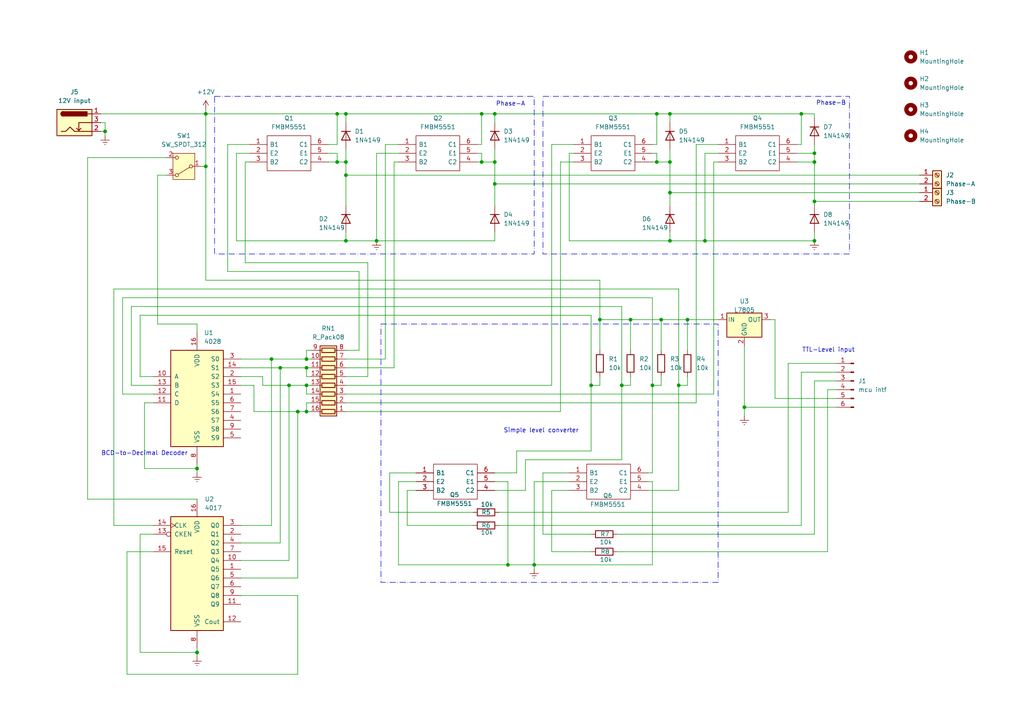
<source format=kicad_sch>
(kicad_sch (version 20231120) (generator "eeschema") (generator_version "8.0")
  (paper "A4")
  (title_block (date "2022-08-03"))
  (lib_symbols
    (symbol "4xxx:4017" (pin_names (offset 1.016))
      (property "Reference" "U" (at -7.62 16.51 0))
      (property "Value" "4017" (at -7.62 -19.05 0))
      (symbol "4017_1_0"
        (pin output line (at 12.7 0 180) (length 5.08) (name "Q5") (number "1"))
        (pin output line (at 12.7 2.54 180) (length 5.08) (name "Q4") (number "10"))
        (pin output line (at 12.7 -10.16 180) (length 5.08) (name "Q9") (number "11"))
        (pin output line (at 12.7 -15.24 180) (length 5.08) (name "Cout") (number "12"))
        (pin input inverted (at -12.7 10.16 0) (length 5.08) (name "CKEN") (number "13"))
        (pin input clock (at -12.7 12.7 0) (length 5.08) (name "CLK") (number "14"))
        (pin input line (at -12.7 5.08 0) (length 5.08) (name "Reset") (number "15"))
        (pin power_in line (at 0 20.32 270) (length 5.08) (name "VDD") (number "16"))
        (pin output line (at 12.7 10.16 180) (length 5.08) (name "Q1") (number "2"))
        (pin output line (at 12.7 12.7 180) (length 5.08) (name "Q0") (number "3"))
        (pin output line (at 12.7 7.62 180) (length 5.08) (name "Q2") (number "4"))
        (pin output line (at 12.7 -2.54 180) (length 5.08) (name "Q6") (number "5"))
        (pin output line (at 12.7 -5.08 180) (length 5.08) (name "Q7") (number "6"))
        (pin output line (at 12.7 5.08 180) (length 5.08) (name "Q3") (number "7"))
        (pin power_in line (at 0 -22.86 90) (length 5.08) (name "VSS") (number "8"))
        (pin output line (at 12.7 -7.62 180) (length 5.08) (name "Q8") (number "9"))
      )
      (symbol "4017_1_1"
        (rectangle (start -7.62 15.24) (end 7.62 -17.78) (stroke (width 0.254)) (fill (type background)))
      )
    )
    (symbol "4xxx:4028" (pin_names (offset 1.016))
      (property "Reference" "U" (at -7.62 13.97 0))
      (property "Value" "4028" (at -7.62 -16.51 0))
      (symbol "4028_1_0"
        (pin output line (at 12.7 0 180) (length 5.08) (name "S4") (number "1"))
        (pin input line (at -12.7 5.08 0) (length 5.08) (name "A") (number "10"))
        (pin input line (at -12.7 -2.54 0) (length 5.08) (name "D") (number "11"))
        (pin input line (at -12.7 0 0) (length 5.08) (name "C") (number "12"))
        (pin input line (at -12.7 2.54 0) (length 5.08) (name "B") (number "13"))
        (pin output line (at 12.7 7.62 180) (length 5.08) (name "S1") (number "14"))
        (pin output line (at 12.7 2.54 180) (length 5.08) (name "S3") (number "15"))
        (pin power_in line (at 0 17.78 270) (length 5.08) (name "VDD") (number "16"))
        (pin output line (at 12.7 5.08 180) (length 5.08) (name "S2") (number "2"))
        (pin output line (at 12.7 10.16 180) (length 5.08) (name "S0") (number "3"))
        (pin output line (at 12.7 -7.62 180) (length 5.08) (name "S7") (number "4"))
        (pin output line (at 12.7 -12.7 180) (length 5.08) (name "S9") (number "5"))
        (pin output line (at 12.7 -2.54 180) (length 5.08) (name "S5") (number "6"))
        (pin output line (at 12.7 -5.08 180) (length 5.08) (name "S6") (number "7"))
        (pin power_in line (at 0 -20.32 90) (length 5.08) (name "VSS") (number "8"))
        (pin output line (at 12.7 -10.16 180) (length 5.08) (name "S8") (number "9"))
      )
      (symbol "4028_1_1"
        (rectangle (start -7.62 12.7) (end 7.62 -15.24) (stroke (width 0.254)) (fill (type background)))
      )
    )
    (symbol "Connector:Barrel_Jack_Switch" (pin_names hide)
      (property "Reference" "J" (at 0 5.334 0))
      (property "Value" "Barrel_Jack_Switch" (at 0 -5.08 0))
      (symbol "Barrel_Jack_Switch_0_1"
        (rectangle (start -5.08 3.81) (end 5.08 -3.81) (stroke (width 0.254)) (fill (type background)))
        (arc (start -3.302 3.175) (mid -3.9343 2.54) (end -3.302 1.905) (stroke (width 0.254)))
        (arc (start -3.302 3.175) (mid -3.9343 2.54) (end -3.302 1.905) (stroke (width 0.254)) (fill (type outline)))
        (polyline (pts (xy 1.27 -2.286) (xy 1.905 -1.651)) (stroke (width 0.254)))
        (polyline (pts (xy 5.08 2.54) (xy 3.81 2.54)) (stroke (width 0.254)))
        (polyline (pts (xy 5.08 0) (xy 1.27 0) (xy 1.27 -2.286) (xy 0.635 -1.651)) (stroke (width 0.254)))
        (polyline (pts (xy -3.81 -2.54) (xy -2.54 -2.54) (xy -1.27 -1.27) (xy 0 -2.54) (xy 2.54 -2.54) (xy 5.08 -2.54)) (stroke (width 0.254)))
        (rectangle (start 3.683 3.175) (end -3.302 1.905) (stroke (width 0.254)) (fill (type outline)))
      )
      (symbol "Barrel_Jack_Switch_1_1"
        (pin passive line (at 7.62 2.54 180) (length 2.54) (name "~") (number "1"))
        (pin passive line (at 7.62 -2.54 180) (length 2.54) (name "~") (number "2"))
        (pin passive line (at 7.62 0 180) (length 2.54) (name "~") (number "3"))
      )
    )
    (symbol "Connector:Conn_01x06_Male" (pin_names (offset 1.016) hide)
      (property "Reference" "J" (at 0 7.62 0))
      (property "Value" "Conn_01x06_Male" (at 0 -10.16 0))
      (symbol "Conn_01x06_Male_1_1"
        (polyline (pts (xy 1.27 -7.62) (xy 0.8636 -7.62)) (stroke (width 0.1524)))
        (polyline (pts (xy 1.27 -5.08) (xy 0.8636 -5.08)) (stroke (width 0.1524)))
        (polyline (pts (xy 1.27 -2.54) (xy 0.8636 -2.54)) (stroke (width 0.1524)))
        (polyline (pts (xy 1.27 0) (xy 0.8636 0)) (stroke (width 0.1524)))
        (polyline (pts (xy 1.27 2.54) (xy 0.8636 2.54)) (stroke (width 0.1524)))
        (polyline (pts (xy 1.27 5.08) (xy 0.8636 5.08)) (stroke (width 0.1524)))
        (rectangle (start 0.8636 -7.493) (end 0 -7.747) (stroke (width 0.1524)) (fill (type outline)))
        (rectangle (start 0.8636 -4.953) (end 0 -5.207) (stroke (width 0.1524)) (fill (type outline)))
        (rectangle (start 0.8636 -2.413) (end 0 -2.667) (stroke (width 0.1524)) (fill (type outline)))
        (rectangle (start 0.8636 0.127) (end 0 -0.127) (stroke (width 0.1524)) (fill (type outline)))
        (rectangle (start 0.8636 2.667) (end 0 2.413) (stroke (width 0.1524)) (fill (type outline)))
        (rectangle (start 0.8636 5.207) (end 0 4.953) (stroke (width 0.1524)) (fill (type outline)))
        (pin passive line (at 5.08 5.08 180) (length 3.81) (name "Pin_1") (number "1"))
        (pin passive line (at 5.08 2.54 180) (length 3.81) (name "Pin_2") (number "2"))
        (pin passive line (at 5.08 0 180) (length 3.81) (name "Pin_3") (number "3"))
        (pin passive line (at 5.08 -2.54 180) (length 3.81) (name "Pin_4") (number "4"))
        (pin passive line (at 5.08 -5.08 180) (length 3.81) (name "Pin_5") (number "5"))
        (pin passive line (at 5.08 -7.62 180) (length 3.81) (name "Pin_6") (number "6"))
      )
    )
    (symbol "Connector:Screw_Terminal_01x02" (pin_names (offset 1.016) hide)
      (property "Reference" "J" (at 0 2.54 0))
      (property "Value" "Screw_Terminal_01x02" (at 0 -5.08 0))
      (symbol "Screw_Terminal_01x02_1_1"
        (rectangle (start -1.27 1.27) (end 1.27 -3.81) (stroke (width 0.254)) (fill (type background)))
        (circle (center 0 -2.54) (radius 0.635) (stroke (width 0.1524)))
        (polyline (pts (xy -0.5334 -2.2098) (xy 0.3302 -3.048)) (stroke (width 0.1524)))
        (polyline (pts (xy -0.5334 0.3302) (xy 0.3302 -0.508)) (stroke (width 0.1524)))
        (polyline (pts (xy -0.3556 -2.032) (xy 0.508 -2.8702)) (stroke (width 0.1524)))
        (polyline (pts (xy -0.3556 0.508) (xy 0.508 -0.3302)) (stroke (width 0.1524)))
        (circle (center 0 0) (radius 0.635) (stroke (width 0.1524)))
        (pin passive line (at -5.08 0 0) (length 3.81) (name "Pin_1") (number "1"))
        (pin passive line (at -5.08 -2.54 0) (length 3.81) (name "Pin_2") (number "2"))
      )
    )
    (symbol "Device:R" (pin_numbers hide) (pin_names (offset 0))
      (property "Reference" "R" (at 2.032 0 90))
      (property "Value" "R" (at 0 0 90))
      (symbol "R_0_1"
        (rectangle (start -1.016 -2.54) (end 1.016 2.54) (stroke (width 0.254)))
      )
      (symbol "R_1_1"
        (pin passive line (at 0 3.81 270) (length 1.27) (name "~") (number "1"))
        (pin passive line (at 0 -3.81 90) (length 1.27) (name "~") (number "2"))
      )
    )
    (symbol "Device:R_Pack08" (pin_names (offset 0) hide)
      (property "Reference" "RN" (at -12.7 0 90))
      (property "Value" "R_Pack08" (at 10.16 0 90))
      (symbol "R_Pack08_0_1"
        (rectangle (start -11.43 -2.413) (end 8.89 2.413) (stroke (width 0.254)) (fill (type background)))
        (rectangle (start -10.795 1.905) (end -9.525 -1.905) (stroke (width 0.254)))
        (rectangle (start -8.255 1.905) (end -6.985 -1.905) (stroke (width 0.254)))
        (rectangle (start -5.715 1.905) (end -4.445 -1.905) (stroke (width 0.254)))
        (rectangle (start -3.175 1.905) (end -1.905 -1.905) (stroke (width 0.254)))
        (rectangle (start -0.635 1.905) (end 0.635 -1.905) (stroke (width 0.254)))
        (polyline (pts (xy -10.16 -2.54) (xy -10.16 -1.905)))
        (polyline (pts (xy -10.16 1.905) (xy -10.16 2.54)))
        (polyline (pts (xy -7.62 -2.54) (xy -7.62 -1.905)))
        (polyline (pts (xy -7.62 1.905) (xy -7.62 2.54)))
        (polyline (pts (xy -5.08 -2.54) (xy -5.08 -1.905)))
        (polyline (pts (xy -5.08 1.905) (xy -5.08 2.54)))
        (polyline (pts (xy -2.54 -2.54) (xy -2.54 -1.905)))
        (polyline (pts (xy -2.54 1.905) (xy -2.54 2.54)))
        (polyline (pts (xy 0 -2.54) (xy 0 -1.905)))
        (polyline (pts (xy 0 1.905) (xy 0 2.54)))
        (polyline (pts (xy 2.54 -2.54) (xy 2.54 -1.905)))
        (polyline (pts (xy 2.54 1.905) (xy 2.54 2.54)))
        (polyline (pts (xy 5.08 -2.54) (xy 5.08 -1.905)))
        (polyline (pts (xy 5.08 1.905) (xy 5.08 2.54)))
        (polyline (pts (xy 7.62 -2.54) (xy 7.62 -1.905)))
        (polyline (pts (xy 7.62 1.905) (xy 7.62 2.54)))
        (rectangle (start 1.905 1.905) (end 3.175 -1.905) (stroke (width 0.254)))
        (rectangle (start 4.445 1.905) (end 5.715 -1.905) (stroke (width 0.254)))
        (rectangle (start 6.985 1.905) (end 8.255 -1.905) (stroke (width 0.254)))
      )
      (symbol "R_Pack08_1_1"
        (pin passive line (at -10.16 -5.08 90) (length 2.54) (name "R1.1") (number "1"))
        (pin passive line (at 5.08 5.08 270) (length 2.54) (name "R7.2") (number "10"))
        (pin passive line (at 2.54 5.08 270) (length 2.54) (name "R6.2") (number "11"))
        (pin passive line (at 0 5.08 270) (length 2.54) (name "R5.2") (number "12"))
        (pin passive line (at -2.54 5.08 270) (length 2.54) (name "R4.2") (number "13"))
        (pin passive line (at -5.08 5.08 270) (length 2.54) (name "R3.2") (number "14"))
        (pin passive line (at -7.62 5.08 270) (length 2.54) (name "R2.2") (number "15"))
        (pin passive line (at -10.16 5.08 270) (length 2.54) (name "R1.2") (number "16"))
        (pin passive line (at -7.62 -5.08 90) (length 2.54) (name "R2.1") (number "2"))
        (pin passive line (at -5.08 -5.08 90) (length 2.54) (name "R3.1") (number "3"))
        (pin passive line (at -2.54 -5.08 90) (length 2.54) (name "R4.1") (number "4"))
        (pin passive line (at 0 -5.08 90) (length 2.54) (name "R5.1") (number "5"))
        (pin passive line (at 2.54 -5.08 90) (length 2.54) (name "R6.1") (number "6"))
        (pin passive line (at 5.08 -5.08 90) (length 2.54) (name "R7.1") (number "7"))
        (pin passive line (at 7.62 -5.08 90) (length 2.54) (name "R8.1") (number "8"))
        (pin passive line (at 7.62 5.08 270) (length 2.54) (name "R8.2") (number "9"))
      )
    )
    (symbol "Diode:1N4149" (pin_numbers hide) (pin_names (offset 1.016) hide)
      (property "Reference" "D" (at 0 2.54 0))
      (property "Value" "1N4149" (at 0 -2.54 0))
      (symbol "1N4149_0_1"
        (polyline (pts (xy -1.27 1.27) (xy -1.27 -1.27)) (stroke (width 0.254)))
        (polyline (pts (xy 1.27 0) (xy -1.27 0)))
        (polyline (pts (xy 1.27 1.27) (xy 1.27 -1.27) (xy -1.27 0) (xy 1.27 1.27)) (stroke (width 0.254)))
      )
      (symbol "1N4149_1_1"
        (pin passive line (at -3.81 0 0) (length 2.54) (name "K") (number "1"))
        (pin passive line (at 3.81 0 180) (length 2.54) (name "A") (number "2"))
      )
    )
    (symbol "Mechanical:MountingHole" (pin_names (offset 1.016)) (exclude_from_sim yes) (in_bom no)
      (property "Reference" "H" (at 0 5.08 0))
      (property "Value" "MountingHole" (at 0 3.175 0))
      (symbol "MountingHole_0_1"
        (circle (center 0 0) (radius 1.27) (stroke (width 1.27)))
      )
    )
    (symbol "Regulator_Linear:L7805" (pin_names (offset 0.254))
      (property "Reference" "U" (at -3.81 3.175 0))
      (property "Value" "L7805" (at 0 3.175 0))
      (symbol "L7805_0_1"
        (rectangle (start -5.08 1.905) (end 5.08 -5.08) (stroke (width 0.254)) (fill (type background)))
      )
      (symbol "L7805_1_1"
        (pin power_in line (at -7.62 0 0) (length 2.54) (name "IN") (number "1"))
        (pin power_in line (at 0 -7.62 90) (length 2.54) (name "GND") (number "2"))
        (pin power_out line (at 7.62 0 180) (length 2.54) (name "OUT") (number "3"))
      )
    )
    (symbol "SamacSys_Parts:FMBM5551" (pin_names (offset 0.762))
      (property "Reference" "Q" (at 19.05 7.62 0))
      (property "Value" "FMBM5551" (at 19.05 5.08 0))
      (symbol "FMBM5551_0_0"
        (pin passive line (at 0 0 0) (length 5.08) (name "B1") (number "1"))
        (pin passive line (at 0 -2.54 0) (length 5.08) (name "E2") (number "2"))
        (pin passive line (at 0 -5.08 0) (length 5.08) (name "B2") (number "3"))
        (pin passive line (at 22.86 -5.08 180) (length 5.08) (name "C2") (number "4"))
        (pin passive line (at 22.86 -2.54 180) (length 5.08) (name "E1") (number "5"))
        (pin passive line (at 22.86 0 180) (length 5.08) (name "C1") (number "6"))
      )
      (symbol "FMBM5551_0_1"
        (polyline (pts (xy 5.08 2.54) (xy 17.78 2.54) (xy 17.78 -7.62) (xy 5.08 -7.62) (xy 5.08 2.54)) (stroke (width 0.1524)))
      )
    )
    (symbol "Switch:SW_SPDT_312" (pin_names (offset 1) hide)
      (property "Reference" "SW" (at 0 5.08 0))
      (property "Value" "SW_SPDT_312" (at 0 -5.08 0))
      (symbol "SW_SPDT_312_0_1"
        (circle (center -2.032 0) (radius 0.4572))
        (polyline (pts (xy -1.651 0.254) (xy 1.651 2.286)))
        (circle (center 2.032 -2.54) (radius 0.4572))
        (circle (center 2.032 2.54) (radius 0.4572))
      )
      (symbol "SW_SPDT_312_1_1"
        (rectangle (start -3.175 3.81) (end 3.175 -3.81) (fill (type background)))
        (pin passive line (at -5.08 0 0) (length 2.54) (name "B") (number "1"))
        (pin passive line (at 5.08 -2.54 180) (length 2.54) (name "C") (number "2"))
        (pin passive line (at 5.08 2.54 180) (length 2.54) (name "A") (number "3"))
      )
    )
    (symbol "power:+12V" (power) (pin_names (offset 0))
      (property "Value" "+12V" (at 0 3.556 0))
      (symbol "+12V_0_1"
        (polyline (pts (xy -0.762 1.27) (xy 0 2.54)))
        (polyline (pts (xy 0 0) (xy 0 2.54)))
        (polyline (pts (xy 0 2.54) (xy 0.762 1.27)))
      )
      (symbol "+12V_1_1"
        (pin power_in line (at 0 0 90) (length 0) hide (name "+12V") (number "1"))
      )
    )
    (symbol "power:Earth" (power) (pin_names (offset 0))
      (symbol "Earth_0_1"
        (polyline (pts (xy -0.635 -1.905) (xy 0.635 -1.905)))
        (polyline (pts (xy -0.127 -2.54) (xy 0.127 -2.54)))
        (polyline (pts (xy 0 -1.27) (xy 0 0)))
        (polyline (pts (xy 1.27 -1.27) (xy -1.27 -1.27)))
      )
      (symbol "Earth_1_1"
        (pin power_in line (at 0 0 270) (length 0) hide (name "Earth") (number "1"))
      )
    )
  )
  (junction (at 88.9 111.76))
  (junction (at 143.51 46.99))
  (junction (at 57.15 135.89))
  (junction (at 215.9 118.11))
  (junction (at 57.15 189.23))
  (junction (at 100.33 50.8))
  (junction (at 88.9 119.38))
  (junction (at 109.22 69.85))
  (junction (at 147.32 163.83))
  (junction (at 180.34 111.76))
  (junction (at 59.69 33.02))
  (junction (at 191.77 92.71))
  (junction (at 143.51 33.02))
  (junction (at 78.74 104.14))
  (junction (at 83.82 111.76))
  (junction (at 194.31 69.85))
  (junction (at 189.23 111.76))
  (junction (at 173.99 92.71))
  (junction (at 86.36 119.38))
  (junction (at 236.22 69.85))
  (junction (at 97.79 33.02))
  (junction (at 139.7 46.99))
  (junction (at 59.69 48.26))
  (junction (at 88.9 106.68))
  (junction (at 236.22 46.99))
  (junction (at 194.31 55.88))
  (junction (at 81.28 106.68))
  (junction (at 139.7 33.02))
  (junction (at 199.39 92.71))
  (junction (at 196.85 111.76))
  (junction (at 88.9 104.14))
  (junction (at 100.33 33.02))
  (junction (at 194.31 33.02))
  (junction (at 236.22 58.42))
  (junction (at 190.5 46.99))
  (junction (at 143.51 53.34))
  (junction (at 194.31 46.99))
  (junction (at 97.79 46.99))
  (junction (at 171.45 111.76))
  (junction (at 190.5 33.02))
  (junction (at 100.33 46.99))
  (junction (at 232.41 33.02))
  (junction (at 30.48 38.1))
  (junction (at 182.88 92.71))
  (junction (at 236.22 44.45))
  (junction (at 204.47 69.85))
  (junction (at 154.94 163.83))
  (junction (at 100.33 69.85))
  (wire (pts (xy 242.57 113.03) (xy 240.03 113.03)))
  (wire (pts (xy 173.99 81.28) (xy 173.99 92.71)))
  (wire (pts (xy 78.74 104.14) (xy 88.9 104.14)))
  (wire (pts (xy 224.79 92.71) (xy 224.79 115.57)))
  (wire (pts (xy 88.9 106.68) (xy 90.17 106.68)))
  (wire (pts (xy 139.7 33.02) (xy 143.51 33.02)))
  (wire (pts (xy 35.56 86.36) (xy 35.56 114.3)))
  (wire (pts (xy 180.34 88.9) (xy 180.34 111.76)))
  (wire (pts (xy 95.25 44.45) (xy 97.79 44.45)))
  (wire (pts (xy 149.86 130.81) (xy 171.45 130.81)))
  (wire (pts (xy 100.33 46.99) (xy 100.33 50.8)))
  (wire (pts (xy 57.15 93.98) (xy 57.15 96.52)))
  (wire (pts (xy 190.5 46.99) (xy 194.31 46.99)))
  (wire (pts (xy 100.33 114.3) (xy 207.01 114.3)))
  (wire (pts (xy 194.31 55.88) (xy 194.31 59.69)))
  (wire (pts (xy 240.03 160.02) (xy 179.07 160.02)))
  (wire (pts (xy 44.45 154.94) (xy 40.64 154.94)))
  (wire (pts (xy 41.91 116.84) (xy 41.91 135.89)))
  (wire (pts (xy 81.28 106.68) (xy 88.9 106.68)))
  (wire (pts (xy 100.33 33.02) (xy 100.33 35.56)))
  (wire (pts (xy 215.9 118.11) (xy 215.9 100.33)))
  (wire (pts (xy 45.72 50.8) (xy 48.26 50.8)))
  (wire (pts (xy 143.51 43.18) (xy 143.51 46.99)))
  (wire (pts (xy 86.36 119.38) (xy 86.36 167.64)))
  (wire (pts (xy 36.83 160.02) (xy 36.83 195.58)))
  (wire (pts (xy 187.96 137.16) (xy 189.23 137.16)))
  (wire (pts (xy 143.51 67.31) (xy 143.51 69.85)))
  (wire (pts (xy 100.33 43.18) (xy 100.33 46.99)))
  (wire (pts (xy 59.69 48.26) (xy 59.69 81.28)))
  (wire (pts (xy 191.77 92.71) (xy 199.39 92.71)))
  (wire (pts (xy 88.9 111.76) (xy 88.9 114.3)))
  (wire (pts (xy 194.31 33.02) (xy 232.41 33.02)))
  (wire (pts (xy 180.34 111.76) (xy 180.34 133.35)))
  (wire (pts (xy 228.6 105.41) (xy 228.6 148.59)))
  (wire (pts (xy 139.7 41.91) (xy 139.7 33.02)))
  (wire (pts (xy 69.85 152.4) (xy 78.74 152.4)))
  (wire (pts (xy 242.57 107.95) (xy 232.41 107.95)))
  (wire (pts (xy 97.79 44.45) (xy 97.79 46.99)))
  (wire (pts (xy 196.85 111.76) (xy 196.85 142.24)))
  (wire (pts (xy 114.3 46.99) (xy 115.57 46.99)))
  (wire (pts (xy 194.31 43.18) (xy 194.31 46.99)))
  (wire (pts (xy 182.88 92.71) (xy 182.88 101.6)))
  (wire (pts (xy 25.4 45.72) (xy 25.4 144.78)))
  (wire (pts (xy 104.14 78.74) (xy 66.04 78.74)))
  (wire (pts (xy 106.68 76.2) (xy 106.68 109.22)))
  (wire (pts (xy 72.39 44.45) (xy 68.58 44.45)))
  (wire (pts (xy 236.22 58.42) (xy 266.7 58.42)))
  (wire (pts (xy 59.69 33.02) (xy 59.69 48.26)))
  (wire (pts (xy 33.02 83.82) (xy 33.02 152.4)))
  (wire (pts (xy 100.33 67.31) (xy 100.33 69.85)))
  (wire (pts (xy 59.69 33.02) (xy 97.79 33.02)))
  (wire (pts (xy 143.51 46.99) (xy 143.51 53.34)))
  (wire (pts (xy 30.48 38.1) (xy 30.48 39.37)))
  (wire (pts (xy 143.51 142.24) (xy 152.4 142.24)))
  (wire (pts (xy 160.02 41.91) (xy 160.02 111.76)))
  (wire (pts (xy 40.64 154.94) (xy 40.64 189.23)))
  (wire (pts (xy 199.39 109.22) (xy 199.39 111.76)))
  (wire (pts (xy 242.57 105.41) (xy 228.6 105.41)))
  (wire (pts (xy 100.33 119.38) (xy 162.56 119.38)))
  (wire (pts (xy 118.11 142.24) (xy 118.11 152.4)))
  (wire (pts (xy 88.9 106.68) (xy 88.9 109.22)))
  (wire (pts (xy 231.14 44.45) (xy 236.22 44.45)))
  (wire (pts (xy 76.2 111.76) (xy 83.82 111.76)))
  (wire (pts (xy 69.85 104.14) (xy 78.74 104.14)))
  (wire (pts (xy 69.85 167.64) (xy 86.36 167.64)))
  (wire (pts (xy 236.22 67.31) (xy 236.22 69.85)))
  (wire (pts (xy 118.11 142.24) (xy 120.65 142.24)))
  (wire (pts (xy 138.43 41.91) (xy 139.7 41.91)))
  (wire (pts (xy 149.86 130.81) (xy 149.86 137.16)))
  (wire (pts (xy 154.94 163.83) (xy 154.94 165.1)))
  (wire (pts (xy 187.96 142.24) (xy 196.85 142.24)))
  (wire (pts (xy 208.28 44.45) (xy 204.47 44.45)))
  (wire (pts (xy 95.25 46.99) (xy 97.79 46.99)))
  (wire (pts (xy 154.94 139.7) (xy 154.94 163.83)))
  (wire (pts (xy 104.14 78.74) (xy 104.14 101.6)))
  (wire (pts (xy 223.52 92.71) (xy 224.79 92.71)))
  (wire (pts (xy 194.31 55.88) (xy 266.7 55.88)))
  (wire (pts (xy 189.23 111.76) (xy 189.23 137.16)))
  (wire (pts (xy 189.23 139.7) (xy 189.23 163.83)))
  (wire (pts (xy 189.23 46.99) (xy 190.5 46.99)))
  (wire (pts (xy 30.48 35.56) (xy 30.48 38.1)))
  (wire (pts (xy 33.02 152.4) (xy 44.45 152.4)))
  (wire (pts (xy 97.79 33.02) (xy 100.33 33.02)))
  (wire (pts (xy 182.88 92.71) (xy 191.77 92.71)))
  (wire (pts (xy 57.15 189.23) (xy 57.15 190.5)))
  (wire (pts (xy 143.51 139.7) (xy 147.32 139.7)))
  (wire (pts (xy 165.1 44.45) (xy 166.37 44.45)))
  (wire (pts (xy 40.64 109.22) (xy 44.45 109.22)))
  (wire (pts (xy 73.66 111.76) (xy 73.66 119.38)))
  (wire (pts (xy 83.82 162.56) (xy 83.82 111.76)))
  (wire (pts (xy 162.56 46.99) (xy 162.56 119.38)))
  (wire (pts (xy 187.96 139.7) (xy 189.23 139.7)))
  (wire (pts (xy 68.58 69.85) (xy 100.33 69.85)))
  (wire (pts (xy 41.91 135.89) (xy 57.15 135.89)))
  (wire (pts (xy 100.33 69.85) (xy 109.22 69.85)))
  (wire (pts (xy 165.1 44.45) (xy 165.1 69.85)))
  (wire (pts (xy 97.79 33.02) (xy 97.79 41.91)))
  (wire (pts (xy 90.17 116.84) (xy 88.9 116.84)))
  (wire (pts (xy 40.64 91.44) (xy 40.64 109.22)))
  (wire (pts (xy 83.82 111.76) (xy 88.9 111.76)))
  (wire (pts (xy 160.02 160.02) (xy 160.02 142.24)))
  (wire (pts (xy 171.45 91.44) (xy 40.64 91.44)))
  (wire (pts (xy 100.33 109.22) (xy 106.68 109.22)))
  (wire (pts (xy 143.51 33.02) (xy 190.5 33.02)))
  (wire (pts (xy 33.02 83.82) (xy 196.85 83.82)))
  (wire (pts (xy 138.43 44.45) (xy 139.7 44.45)))
  (wire (pts (xy 88.9 101.6) (xy 88.9 104.14)))
  (wire (pts (xy 29.21 35.56) (xy 30.48 35.56)))
  (wire (pts (xy 194.31 69.85) (xy 204.47 69.85)))
  (wire (pts (xy 139.7 44.45) (xy 139.7 46.99)))
  (wire (pts (xy 191.77 92.71) (xy 191.77 101.6)))
  (wire (pts (xy 138.43 46.99) (xy 139.7 46.99)))
  (wire (pts (xy 190.5 44.45) (xy 190.5 46.99)))
  (wire (pts (xy 109.22 69.85) (xy 143.51 69.85)))
  (wire (pts (xy 191.77 109.22) (xy 191.77 111.76)))
  (wire (pts (xy 97.79 41.91) (xy 95.25 41.91)))
  (wire (pts (xy 104.14 101.6) (xy 100.33 101.6)))
  (wire (pts (xy 190.5 33.02) (xy 190.5 41.91)))
  (wire (pts (xy 147.32 163.83) (xy 154.94 163.83)))
  (wire (pts (xy 71.12 76.2) (xy 106.68 76.2)))
  (wire (pts (xy 69.85 172.72) (xy 86.36 172.72)))
  (wire (pts (xy 236.22 33.02) (xy 236.22 34.29)))
  (wire (pts (xy 97.79 46.99) (xy 100.33 46.99)))
  (wire (pts (xy 90.17 109.22) (xy 88.9 109.22)))
  (wire (pts (xy 190.5 33.02) (xy 194.31 33.02)))
  (wire (pts (xy 189.23 86.36) (xy 189.23 111.76)))
  (wire (pts (xy 44.45 160.02) (xy 36.83 160.02)))
  (wire (pts (xy 113.03 137.16) (xy 113.03 148.59)))
  (wire (pts (xy 90.17 111.76) (xy 88.9 111.76)))
  (wire (pts (xy 115.57 44.45) (xy 109.22 44.45)))
  (wire (pts (xy 182.88 111.76) (xy 180.34 111.76)))
  (wire (pts (xy 38.1 111.76) (xy 44.45 111.76)))
  (wire (pts (xy 100.33 50.8) (xy 100.33 59.69)))
  (wire (pts (xy 48.26 45.72) (xy 25.4 45.72)))
  (wire (pts (xy 204.47 44.45) (xy 204.47 69.85)))
  (wire (pts (xy 173.99 111.76) (xy 173.99 109.22)))
  (wire (pts (xy 215.9 118.11) (xy 215.9 120.65)))
  (wire (pts (xy 78.74 152.4) (xy 78.74 104.14)))
  (wire (pts (xy 143.51 53.34) (xy 143.51 59.69)))
  (wire (pts (xy 199.39 92.71) (xy 199.39 101.6)))
  (wire (pts (xy 45.72 50.8) (xy 45.72 93.98)))
  (wire (pts (xy 191.77 111.76) (xy 189.23 111.76)))
  (wire (pts (xy 81.28 157.48) (xy 69.85 157.48)))
  (wire (pts (xy 152.4 133.35) (xy 180.34 133.35)))
  (wire (pts (xy 57.15 135.89) (xy 57.15 137.16)))
  (wire (pts (xy 115.57 163.83) (xy 147.32 163.83)))
  (wire (pts (xy 114.3 46.99) (xy 114.3 106.68)))
  (wire (pts (xy 231.14 46.99) (xy 236.22 46.99)))
  (wire (pts (xy 113.03 137.16) (xy 120.65 137.16)))
  (wire (pts (xy 201.93 41.91) (xy 208.28 41.91)))
  (wire (pts (xy 154.94 139.7) (xy 165.1 139.7)))
  (wire (pts (xy 100.33 106.68) (xy 114.3 106.68)))
  (wire (pts (xy 86.36 119.38) (xy 88.9 119.38)))
  (wire (pts (xy 171.45 160.02) (xy 160.02 160.02)))
  (wire (pts (xy 143.51 33.02) (xy 143.51 35.56)))
  (wire (pts (xy 71.12 46.99) (xy 71.12 76.2)))
  (wire (pts (xy 88.9 119.38) (xy 90.17 119.38)))
  (wire (pts (xy 236.22 58.42) (xy 236.22 59.69)))
  (wire (pts (xy 100.33 104.14) (xy 111.76 104.14)))
  (wire (pts (xy 190.5 41.91) (xy 189.23 41.91)))
  (wire (pts (xy 236.22 41.91) (xy 236.22 44.45)))
  (wire (pts (xy 171.45 154.94) (xy 157.48 154.94)))
  (wire (pts (xy 68.58 44.45) (xy 68.58 69.85)))
  (wire (pts (xy 66.04 41.91) (xy 72.39 41.91)))
  (wire (pts (xy 236.22 46.99) (xy 236.22 58.42)))
  (wire (pts (xy 232.41 41.91) (xy 232.41 33.02)))
  (wire (pts (xy 240.03 113.03) (xy 240.03 160.02)))
  (wire (pts (xy 111.76 41.91) (xy 111.76 104.14)))
  (wire (pts (xy 171.45 91.44) (xy 171.45 111.76)))
  (wire (pts (xy 137.16 148.59) (xy 113.03 148.59)))
  (wire (pts (xy 57.15 134.62) (xy 57.15 135.89)))
  (wire (pts (xy 201.93 41.91) (xy 201.93 116.84)))
  (wire (pts (xy 100.33 111.76) (xy 160.02 111.76)))
  (wire (pts (xy 88.9 101.6) (xy 90.17 101.6)))
  (wire (pts (xy 45.72 93.98) (xy 57.15 93.98)))
  (wire (pts (xy 236.22 110.49) (xy 236.22 154.94)))
  (wire (pts (xy 100.33 50.8) (xy 266.7 50.8)))
  (wire (pts (xy 228.6 148.59) (xy 144.78 148.59)))
  (wire (pts (xy 69.85 111.76) (xy 73.66 111.76)))
  (wire (pts (xy 90.17 114.3) (xy 88.9 114.3)))
  (wire (pts (xy 207.01 46.99) (xy 207.01 114.3)))
  (wire (pts (xy 194.31 33.02) (xy 194.31 35.56)))
  (wire (pts (xy 57.15 187.96) (xy 57.15 189.23)))
  (wire (pts (xy 36.83 195.58) (xy 86.36 195.58)))
  (wire (pts (xy 38.1 88.9) (xy 180.34 88.9)))
  (wire (pts (xy 69.85 162.56) (xy 83.82 162.56)))
  (wire (pts (xy 100.33 33.02) (xy 139.7 33.02)))
  (wire (pts (xy 59.69 48.26) (xy 58.42 48.26)))
  (wire (pts (xy 173.99 92.71) (xy 182.88 92.71)))
  (wire (pts (xy 59.69 33.02) (xy 59.69 31.75)))
  (wire (pts (xy 232.41 41.91) (xy 231.14 41.91)))
  (wire (pts (xy 120.65 139.7) (xy 115.57 139.7)))
  (wire (pts (xy 88.9 116.84) (xy 88.9 119.38)))
  (wire (pts (xy 72.39 46.99) (xy 71.12 46.99)))
  (wire (pts (xy 199.39 111.76) (xy 196.85 111.76)))
  (wire (pts (xy 242.57 110.49) (xy 236.22 110.49)))
  (wire (pts (xy 139.7 46.99) (xy 143.51 46.99)))
  (wire (pts (xy 215.9 118.11) (xy 242.57 118.11)))
  (wire (pts (xy 35.56 114.3) (xy 44.45 114.3)))
  (wire (pts (xy 160.02 41.91) (xy 166.37 41.91)))
  (wire (pts (xy 157.48 137.16) (xy 157.48 154.94)))
  (wire (pts (xy 182.88 109.22) (xy 182.88 111.76)))
  (wire (pts (xy 69.85 106.68) (xy 81.28 106.68)))
  (wire (pts (xy 196.85 83.82) (xy 196.85 111.76)))
  (wire (pts (xy 171.45 111.76) (xy 173.99 111.76)))
  (wire (pts (xy 59.69 81.28) (xy 173.99 81.28)))
  (wire (pts (xy 73.66 119.38) (xy 86.36 119.38)))
  (wire (pts (xy 76.2 109.22) (xy 76.2 111.76)))
  (wire (pts (xy 173.99 92.71) (xy 173.99 101.6)))
  (wire (pts (xy 236.22 154.94) (xy 179.07 154.94)))
  (wire (pts (xy 194.31 67.31) (xy 194.31 69.85)))
  (wire (pts (xy 157.48 137.16) (xy 165.1 137.16)))
  (wire (pts (xy 160.02 142.24) (xy 165.1 142.24)))
  (wire (pts (xy 29.21 33.02) (xy 59.69 33.02)))
  (wire (pts (xy 166.37 46.99) (xy 162.56 46.99)))
  (wire (pts (xy 236.22 44.45) (xy 236.22 46.99)))
  (wire (pts (xy 189.23 86.36) (xy 35.56 86.36)))
  (wire (pts (xy 69.85 109.22) (xy 76.2 109.22)))
  (wire (pts (xy 118.11 152.4) (xy 137.16 152.4)))
  (wire (pts (xy 165.1 69.85) (xy 194.31 69.85)))
  (wire (pts (xy 224.79 115.57) (xy 242.57 115.57)))
  (wire (pts (xy 81.28 106.68) (xy 81.28 157.48)))
  (wire (pts (xy 57.15 144.78) (xy 25.4 144.78)))
  (wire (pts (xy 44.45 116.84) (xy 41.91 116.84)))
  (wire (pts (xy 88.9 104.14) (xy 90.17 104.14)))
  (wire (pts (xy 29.21 38.1) (xy 30.48 38.1)))
  (wire (pts (xy 144.78 152.4) (xy 232.41 152.4)))
  (wire (pts (xy 143.51 53.34) (xy 266.7 53.34)))
  (wire (pts (xy 143.51 137.16) (xy 149.86 137.16)))
  (wire (pts (xy 189.23 44.45) (xy 190.5 44.45)))
  (wire (pts (xy 100.33 116.84) (xy 201.93 116.84)))
  (wire (pts (xy 194.31 46.99) (xy 194.31 55.88)))
  (wire (pts (xy 111.76 41.91) (xy 115.57 41.91)))
  (wire (pts (xy 152.4 133.35) (xy 152.4 142.24)))
  (wire (pts (xy 208.28 46.99) (xy 207.01 46.99)))
  (wire (pts (xy 109.22 44.45) (xy 109.22 69.85)))
  (wire (pts (xy 232.41 33.02) (xy 236.22 33.02)))
  (wire (pts (xy 115.57 139.7) (xy 115.57 163.83)))
  (wire (pts (xy 40.64 189.23) (xy 57.15 189.23)))
  (wire (pts (xy 204.47 69.85) (xy 236.22 69.85)))
  (wire (pts (xy 154.94 163.83) (xy 189.23 163.83)))
  (wire (pts (xy 232.41 107.95) (xy 232.41 152.4)))
  (wire (pts (xy 66.04 41.91) (xy 66.04 78.74)))
  (wire (pts (xy 147.32 139.7) (xy 147.32 163.83)))
  (wire (pts (xy 171.45 111.76) (xy 171.45 130.81)))
  (wire (pts (xy 199.39 92.71) (xy 208.28 92.71)))
  (wire (pts (xy 38.1 88.9) (xy 38.1 111.76)))
  (wire (pts (xy 86.36 172.72) (xy 86.36 195.58)))
  (rectangle (start 157.48 27.94) (end 246.38 73.66) (stroke (width 0) (type dash_dot)))
  (rectangle (start 110.49 93.98) (end 208.28 168.91) (stroke (width 0) (type dash_dot)))
  (rectangle (start 62.23 27.94) (end 154.94 73.66) (stroke (width 0) (type dash_dot)))
  (text "Phase-B" (at 241.046 29.972 0) (effects (font (size 1.27 1.27))))
  (text "Simple level converter" (at 156.972 124.968 0) (effects (font (size 1.27 1.27))))
  (text "TTL-Level input" (at 240.284 101.6 0) (effects (font (size 1.27 1.27))))
  (text "BCD-to-Decimal Decoder" (at 41.91 131.572 0) (effects (font (size 1.27 1.27))))
  (text "Phase-A" (at 148.082 30.226 0) (effects (font (size 1.27 1.27))))
  (symbol (lib_id "Device:R") (at 175.26 154.94 90) (unit 1)
    (property "Reference" "R7" (at 176.784 154.94 90) (effects (justify left)))
    (property "Value" "10k" (at 177.546 157.226 90) (effects (justify left)))
    (property "Footprint" "Resistor_SMD:R_1206_3216Metric_Pad1.30x1.75mm_HandSolder" (effects (hide yes)))
  )
  (symbol (lib_id "SamacSys_Parts:FMBM5551") (at 166.37 41.91 0) (unit 1)
    (property "Reference" "Q3" (at 177.8 34.29 0))
    (property "Value" "FMBM5551" (at 177.8 36.83 0))
    (property "Footprint" "SOT95P280X110-6N" (effects (hide yes)))
    (property "Datasheet" "https://www.onsemi.com/pdf/datasheet/fmbm5551-d.pdf" (effects (hide yes)))
    (property "Description" "Bipolar Transistors - BJT SSOT6 NPN General Purpose Amplifier" (effects (hide yes)))
    (property "Height" "1.1" (effects (hide yes)))
    (property "Mouser Part Number" "512-FMBM5551" (effects (hide yes)))
    (property "Mouser Price/Stock" "https://www.mouser.co.uk/ProductDetail/onsemi-Fairchild/FMBM5551?qs=VOMQJJE%252BBNnHm%2F5A44uOUQ%3D%3D" (effects (hide yes)))
    (property "Manufacturer_Name" "onsemi" (effects (hide yes)))
    (property "Manufacturer_Part_Number" "FMBM5551" (effects (hide yes)))
  )
  (symbol (lib_id "SamacSys_Parts:FMBM5551") (at 165.1 137.16 0) (unit 1)
    (property "Reference" "Q6" (at 176.276 143.764 0))
    (property "Value" "FMBM5551" (at 176.276 146.304 0))
    (property "Footprint" "SOT95P280X110-6N" (effects (hide yes)))
    (property "Datasheet" "https://www.onsemi.com/pdf/datasheet/fmbm5551-d.pdf" (effects (hide yes)))
    (property "Description" "Bipolar Transistors - BJT SSOT6 NPN General Purpose Amplifier" (effects (hide yes)))
    (property "Height" "1.1" (effects (hide yes)))
    (property "Mouser Part Number" "512-FMBM5551" (effects (hide yes)))
    (property "Mouser Price/Stock" "https://www.mouser.co.uk/ProductDetail/onsemi-Fairchild/FMBM5551?qs=VOMQJJE%252BBNnHm%2F5A44uOUQ%3D%3D" (effects (hide yes)))
    (property "Manufacturer_Name" "onsemi" (effects (hide yes)))
    (property "Manufacturer_Part_Number" "FMBM5551" (effects (hide yes)))
  )
  (symbol (lib_id "Diode:1N4149") (at 194.31 39.37 270) (unit 1)
    (property "Reference" "D5" (at 196.85 38.0999 90) (effects (justify left)))
    (property "Value" "1N4149" (at 196.85 40.6399 90) (effects (justify left)))
    (property "Footprint" "Diode_SMD:D_TUMD2" (effects (hide yes)))
    (property "Datasheet" "http://www.microsemi.com/document-portal/doc_view/11580-lds-0239" (effects (hide yes)))
  )
  (symbol (lib_id "Device:R") (at 173.99 105.41 0) (unit 1)
    (property "Reference" "R1" (at 176.53 104.1399 0) (effects (justify left)))
    (property "Value" "10k" (at 176.53 106.6799 0) (effects (justify left)))
    (property "Footprint" "Resistor_SMD:R_1206_3216Metric_Pad1.30x1.75mm_HandSolder" (effects (hide yes)))
  )
  (symbol (lib_id "Connector:Screw_Terminal_01x02") (at 271.78 50.8 0) (unit 1)
    (property "Reference" "J2" (at 274.32 50.7999 0) (effects (justify left)))
    (property "Value" "Phase-A" (at 274.32 53.3399 0) (effects (justify left)))
    (property "Footprint" "TerminalBlock:TerminalBlock_bornier-2_P5.08mm" (effects (hide yes)))
  )
  (symbol (lib_id "SamacSys_Parts:FMBM5551") (at 208.28 41.91 0) (unit 1)
    (property "Reference" "Q4" (at 219.71 34.29 0))
    (property "Value" "FMBM5551" (at 219.71 36.83 0))
    (property "Footprint" "SOT95P280X110-6N" (effects (hide yes)))
    (property "Datasheet" "https://www.onsemi.com/pdf/datasheet/fmbm5551-d.pdf" (effects (hide yes)))
    (property "Description" "Bipolar Transistors - BJT SSOT6 NPN General Purpose Amplifier" (effects (hide yes)))
    (property "Height" "1.1" (effects (hide yes)))
    (property "Mouser Part Number" "512-FMBM5551" (effects (hide yes)))
    (property "Mouser Price/Stock" "https://www.mouser.co.uk/ProductDetail/onsemi-Fairchild/FMBM5551?qs=VOMQJJE%252BBNnHm%2F5A44uOUQ%3D%3D" (effects (hide yes)))
    (property "Manufacturer_Name" "onsemi" (effects (hide yes)))
    (property "Manufacturer_Part_Number" "FMBM5551" (effects (hide yes)))
  )
  (symbol (lib_id "4xxx:4028") (at 57.15 114.3 0) (unit 1)
    (property "Reference" "U1" (at 59.1694 96.52 0) (effects (justify left)))
    (property "Value" "4028" (at 59.1694 99.06 0) (effects (justify left)))
    (property "Footprint" "Package_SO:SOIC-16_3.9x9.9mm_P1.27mm" (effects (hide yes)))
    (property "Datasheet" "http://www.intersil.com/content/dam/Intersil/documents/cd40/cd4028bms.pdf" (effects (hide yes)))
  )
  (symbol (lib_id "SamacSys_Parts:FMBM5551") (at 115.57 41.91 0) (unit 1)
    (property "Reference" "Q2" (at 127 34.29 0))
    (property "Value" "FMBM5551" (at 127 36.83 0))
    (property "Footprint" "SOT95P280X110-6N" (effects (hide yes)))
    (property "Datasheet" "https://www.onsemi.com/pdf/datasheet/fmbm5551-d.pdf" (effects (hide yes)))
    (property "Description" "Bipolar Transistors - BJT SSOT6 NPN General Purpose Amplifier" (effects (hide yes)))
    (property "Height" "1.1" (effects (hide yes)))
    (property "Mouser Part Number" "512-FMBM5551" (effects (hide yes)))
    (property "Mouser Price/Stock" "https://www.mouser.co.uk/ProductDetail/onsemi-Fairchild/FMBM5551?qs=VOMQJJE%252BBNnHm%2F5A44uOUQ%3D%3D" (effects (hide yes)))
    (property "Manufacturer_Name" "onsemi" (effects (hide yes)))
    (property "Manufacturer_Part_Number" "FMBM5551" (effects (hide yes)))
  )
  (symbol (lib_id "Device:R_Pack08") (at 95.25 109.22 90) (unit 1)
    (property "Reference" "RN1" (at 95.25 95.25 90))
    (property "Value" "R_Pack08" (at 95.25 97.79 90))
    (property "Footprint" "Package_SO:SOIC-16W_5.3x10.2mm_P1.27mm" (effects (hide yes)))
  )
  (symbol (lib_id "Connector:Barrel_Jack_Switch") (at 21.59 35.56 0) (unit 1)
    (property "Reference" "J5" (at 21.59 26.67 0))
    (property "Value" "12V input" (at 21.59 29.21 0))
    (property "Footprint" "Connector_BarrelJack:BarrelJack_Wuerth_6941xx301002" (effects (hide yes)))
    (property "Description" "DC Barrel Jack with an internal switch" (effects (hide yes)))
  )
  (symbol (lib_id "Device:R") (at 175.26 160.02 90) (unit 1)
    (property "Reference" "R8" (at 175.514 160.02 90))
    (property "Value" "10k" (at 175.768 162.306 90))
    (property "Footprint" "Resistor_SMD:R_1206_3216Metric_Pad1.30x1.75mm_HandSolder" (effects (hide yes)))
  )
  (symbol (lib_id "Device:R") (at 140.97 148.59 90) (unit 1)
    (property "Reference" "R5" (at 140.97 148.59 90))
    (property "Value" "10k" (at 141.224 146.304 90))
    (property "Footprint" "Resistor_SMD:R_1206_3216Metric_Pad1.30x1.75mm_HandSolder" (effects (hide yes)))
  )
  (symbol (lib_id "Diode:1N4149") (at 194.31 63.5 270) (unit 1)
    (property "Reference" "D6" (at 186.182 63.5 90) (effects (justify left)))
    (property "Value" "1N4149" (at 186.182 66.04 90) (effects (justify left)))
    (property "Footprint" "Diode_SMD:D_TUMD2" (effects (hide yes)))
    (property "Datasheet" "http://www.microsemi.com/document-portal/doc_view/11580-lds-0239" (effects (hide yes)))
  )
  (symbol (lib_id "4xxx:4017") (at 57.15 165.1 0) (unit 1)
    (property "Reference" "U2" (at 59.3441 144.78 0) (effects (justify left)))
    (property "Value" "4017" (at 59.3441 147.32 0) (effects (justify left)))
    (property "Datasheet" "http://www.intersil.com/content/dam/Intersil/documents/cd40/cd4017bms-22bms.pdf" (effects (hide yes)))
    (property "Description" "Johnson Counter ( 10 outputs )" (effects (hide yes)))
  )
  (symbol (lib_id "Diode:1N4149") (at 100.33 63.5 270) (unit 1)
    (property "Reference" "D2" (at 92.456 63.5 90) (effects (justify left)))
    (property "Value" "1N4149" (at 92.456 66.04 90) (effects (justify left)))
    (property "Footprint" "Diode_SMD:D_TUMD2" (effects (hide yes)))
    (property "Datasheet" "http://www.microsemi.com/document-portal/doc_view/11580-lds-0239" (effects (hide yes)))
  )
  (symbol (lib_id "Device:R") (at 199.39 105.41 0) (unit 1)
    (property "Reference" "R4" (at 201.93 104.1399 0) (effects (justify left)))
    (property "Value" "10k" (at 201.93 106.6799 0) (effects (justify left)))
    (property "Footprint" "Resistor_SMD:R_1206_3216Metric_Pad1.30x1.75mm_HandSolder" (effects (hide yes)))
  )
  (symbol (lib_id "Diode:1N4149") (at 236.22 38.1 270) (unit 1)
    (property "Reference" "D7" (at 238.76 36.8299 90) (effects (justify left)))
    (property "Value" "1N4149" (at 238.76 39.3699 90) (effects (justify left)))
    (property "Footprint" "Diode_SMD:D_TUMD2" (effects (hide yes)))
    (property "Datasheet" "http://www.microsemi.com/document-portal/doc_view/11580-lds-0239" (effects (hide yes)))
  )
  (symbol (lib_id "Connector:Conn_01x06_Male") (at 247.65 110.49 0) (mirror y) (unit 1)
    (property "Reference" "J1" (at 248.92 110.4899 0) (effects (justify right)))
    (property "Value" "mcu intf" (at 248.92 113.0299 0) (effects (justify right)))
    (property "Footprint" "Connector_PinHeader_2.54mm:PinHeader_1x06_P2.54mm_Vertical" (effects (hide yes)))
  )
  (symbol (lib_id "power:Earth") (at 57.15 137.16 0) (unit 1)
    (property "Reference" "#PWR0101" (effects (hide yes)))
    (property "Value" "Earth" (effects (hide yes)))
  )
  (symbol (lib_id "Mechanical:MountingHole") (at 264.16 16.51 0) (unit 1) (exclude_from_sim yes) (in_bom no)
    (property "Reference" "H1" (at 266.7 15.2399 0) (effects (justify left)))
    (property "Value" "MountingHole" (at 266.7 17.7799 0) (effects (justify left)))
    (property "Footprint" "MountingHole:MountingHole_3.2mm_M3" (effects (hide yes)))
    (property "Description" "Mounting Hole without connection" (effects (hide yes)))
  )
  (symbol (lib_id "Regulator_Linear:L7805") (at 215.9 92.71 0) (unit 1)
    (property "Reference" "U3" (at 215.9 87.376 0))
    (property "Value" "L7805" (at 215.9 89.916 0))
    (property "Footprint" "Package_TO_SOT_SMD:TO-252-3_TabPin2" (effects (hide yes)))
    (property "Datasheet" "http://www.st.com/content/ccc/resource/technical/document/datasheet/41/4f/b3/b0/12/d4/47/88/CD00000444.pdf/files/CD00000444.pdf/jcr:content/translations/en.CD00000444.pdf" (effects (hide yes)))
  )
  (symbol (lib_id "Device:R") (at 140.97 152.4 90) (unit 1)
    (property "Reference" "R6" (at 140.97 152.4 90))
    (property "Value" "10k" (at 141.224 154.432 90))
    (property "Footprint" "Resistor_SMD:R_1206_3216Metric_Pad1.30x1.75mm_HandSolder" (effects (hide yes)))
  )
  (symbol (lib_id "SamacSys_Parts:FMBM5551") (at 120.65 137.16 0) (unit 1)
    (property "Reference" "Q5" (at 131.826 143.51 0))
    (property "Value" "FMBM5551" (at 131.826 146.05 0))
    (property "Footprint" "SOT95P280X110-6N" (effects (hide yes)))
    (property "Datasheet" "https://www.onsemi.com/pdf/datasheet/fmbm5551-d.pdf" (effects (hide yes)))
    (property "Description" "Bipolar Transistors - BJT SSOT6 NPN General Purpose Amplifier" (effects (hide yes)))
    (property "Height" "1.1" (effects (hide yes)))
    (property "Mouser Part Number" "512-FMBM5551" (effects (hide yes)))
    (property "Mouser Price/Stock" "https://www.mouser.co.uk/ProductDetail/onsemi-Fairchild/FMBM5551?qs=VOMQJJE%252BBNnHm%2F5A44uOUQ%3D%3D" (effects (hide yes)))
    (property "Manufacturer_Name" "onsemi" (effects (hide yes)))
    (property "Manufacturer_Part_Number" "FMBM5551" (effects (hide yes)))
  )
  (symbol (lib_id "Mechanical:MountingHole") (at 264.16 39.37 0) (unit 1) (exclude_from_sim yes) (in_bom no)
    (property "Reference" "H4" (at 266.7 38.0999 0) (effects (justify left)))
    (property "Value" "MountingHole" (at 266.7 40.6399 0) (effects (justify left)))
    (property "Footprint" "MountingHole:MountingHole_3.2mm_M3" (effects (hide yes)))
    (property "Description" "Mounting Hole without connection" (effects (hide yes)))
  )
  (symbol (lib_id "power:Earth") (at 57.15 190.5 0) (unit 1)
    (property "Reference" "#PWR02" (effects (hide yes)))
    (property "Value" "Earth" (effects (hide yes)))
  )
  (symbol (lib_id "Mechanical:MountingHole") (at 264.16 24.13 0) (unit 1) (exclude_from_sim yes) (in_bom no)
    (property "Reference" "H2" (at 266.7 22.8599 0) (effects (justify left)))
    (property "Value" "MountingHole" (at 266.7 25.3999 0) (effects (justify left)))
    (property "Footprint" "MountingHole:MountingHole_3.2mm_M3" (effects (hide yes)))
    (property "Description" "Mounting Hole without connection" (effects (hide yes)))
  )
  (symbol (lib_id "Mechanical:MountingHole") (at 264.16 31.75 0) (unit 1) (exclude_from_sim yes) (in_bom no)
    (property "Reference" "H3" (at 266.7 30.4799 0) (effects (justify left)))
    (property "Value" "MountingHole" (at 266.7 33.0199 0) (effects (justify left)))
    (property "Footprint" "MountingHole:MountingHole_3.2mm_M3" (effects (hide yes)))
    (property "Description" "Mounting Hole without connection" (effects (hide yes)))
  )
  (symbol (lib_id "power:Earth") (at 109.22 69.85 0) (unit 1)
    (property "Reference" "#PWR0103" (effects (hide yes)))
    (property "Value" "Earth" (effects (hide yes)))
  )
  (symbol (lib_id "Device:R") (at 191.77 105.41 0) (unit 1)
    (property "Reference" "R3" (at 194.31 104.1399 0) (effects (justify left)))
    (property "Value" "10k" (at 194.31 106.6799 0) (effects (justify left)))
    (property "Footprint" "Resistor_SMD:R_1206_3216Metric_Pad1.30x1.75mm_HandSolder" (effects (hide yes)))
  )
  (symbol (lib_id "Diode:1N4149") (at 143.51 39.37 270) (unit 1)
    (property "Reference" "D3" (at 146.05 38.0999 90) (effects (justify left)))
    (property "Value" "1N4149" (at 146.05 40.6399 90) (effects (justify left)))
    (property "Footprint" "Diode_SMD:D_TUMD2" (effects (hide yes)))
    (property "Datasheet" "http://www.microsemi.com/document-portal/doc_view/11580-lds-0239" (effects (hide yes)))
  )
  (symbol (lib_id "power:+12V") (at 59.69 31.75 0) (unit 1)
    (property "Reference" "#PWR0104" (effects (hide yes)))
    (property "Value" "+12V" (at 59.69 26.67 0))
  )
  (symbol (lib_id "Connector:Screw_Terminal_01x02") (at 271.78 55.88 0) (unit 1)
    (property "Reference" "J3" (at 274.32 55.8799 0) (effects (justify left)))
    (property "Value" "Phase-B" (at 274.32 58.4199 0) (effects (justify left)))
    (property "Footprint" "TerminalBlock:TerminalBlock_bornier-2_P5.08mm" (effects (hide yes)))
  )
  (symbol (lib_id "Switch:SW_SPDT_312") (at 53.34 48.26 180) (unit 1)
    (property "Reference" "SW1" (at 53.34 39.37 0))
    (property "Value" "SW_SPDT_312" (at 53.34 41.91 0))
    (property "Description" "Switch, single pole double throw" (effects (hide yes)))
  )
  (symbol (lib_id "power:Earth") (at 30.48 39.37 0) (unit 1)
    (property "Reference" "#PWR0106" (effects (hide yes)))
    (property "Value" "Earth" (effects (hide yes)))
  )
  (symbol (lib_id "power:Earth") (at 236.22 69.85 0) (unit 1)
    (property "Reference" "#PWR0102" (effects (hide yes)))
    (property "Value" "Earth" (effects (hide yes)))
  )
  (symbol (lib_id "Diode:1N4149") (at 236.22 63.5 270) (unit 1)
    (property "Reference" "D8" (at 238.76 62.2299 90) (effects (justify left)))
    (property "Value" "1N4149" (at 238.76 64.7699 90) (effects (justify left)))
    (property "Footprint" "Diode_SMD:D_TUMD2" (effects (hide yes)))
    (property "Datasheet" "http://www.microsemi.com/document-portal/doc_view/11580-lds-0239" (effects (hide yes)))
  )
  (symbol (lib_id "Diode:1N4149") (at 143.51 63.5 270) (unit 1)
    (property "Reference" "D4" (at 146.05 62.2299 90) (effects (justify left)))
    (property "Value" "1N4149" (at 146.05 64.7699 90) (effects (justify left)))
    (property "Footprint" "Diode_SMD:D_TUMD2" (effects (hide yes)))
    (property "Datasheet" "http://www.microsemi.com/document-portal/doc_view/11580-lds-0239" (effects (hide yes)))
  )
  (symbol (lib_id "Device:R") (at 182.88 105.41 0) (unit 1)
    (property "Reference" "R2" (at 185.42 104.1399 0) (effects (justify left)))
    (property "Value" "10k" (at 185.42 106.6799 0) (effects (justify left)))
    (property "Footprint" "Resistor_SMD:R_1206_3216Metric_Pad1.30x1.75mm_HandSolder" (effects (hide yes)))
  )
  (symbol (lib_id "power:Earth") (at 215.9 120.65 0) (unit 1)
    (property "Reference" "#PWR0105" (effects (hide yes)))
    (property "Value" "Earth" (effects (hide yes)))
  )
  (symbol (lib_id "SamacSys_Parts:FMBM5551") (at 72.39 41.91 0) (unit 1)
    (property "Reference" "Q1" (at 83.82 34.29 0))
    (property "Value" "FMBM5551" (at 83.82 36.83 0))
    (property "Footprint" "SOT95P280X110-6N" (effects (hide yes)))
    (property "Datasheet" "https://www.onsemi.com/pdf/datasheet/fmbm5551-d.pdf" (effects (hide yes)))
    (property "Description" "Bipolar Transistors - BJT SSOT6 NPN General Purpose Amplifier" (effects (hide yes)))
    (property "Height" "1.1" (effects (hide yes)))
    (property "Mouser Part Number" "512-FMBM5551" (effects (hide yes)))
    (property "Mouser Price/Stock" "https://www.mouser.co.uk/ProductDetail/onsemi-Fairchild/FMBM5551?qs=VOMQJJE%252BBNnHm%2F5A44uOUQ%3D%3D" (effects (hide yes)))
    (property "Manufacturer_Name" "onsemi" (effects (hide yes)))
    (property "Manufacturer_Part_Number" "FMBM5551" (effects (hide yes)))
  )
  (symbol (lib_id "power:Earth") (at 154.94 165.1 0) (unit 1)
    (property "Reference" "#PWR01" (effects (hide yes)))
    (property "Value" "Earth" (effects (hide yes)))
  )
  (symbol (lib_id "Diode:1N4149") (at 100.33 39.37 270) (unit 1)
    (property "Reference" "D1" (at 102.87 38.0999 90) (effects (justify left)))
    (property "Value" "1N4149" (at 102.87 40.6399 90) (effects (justify left)))
    (property "Footprint" "Diode_SMD:D_TUMD2" (effects (hide yes)))
    (property "Datasheet" "http://www.microsemi.com/document-portal/doc_view/11580-lds-0239" (effects (hide yes)))
  )
)
</source>
